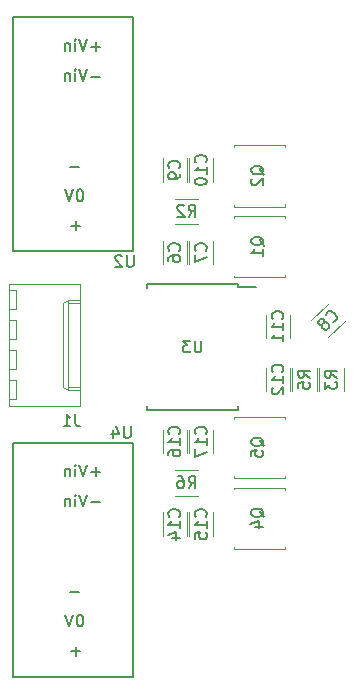
<source format=gbr>
G04 #@! TF.FileFunction,Legend,Bot*
%FSLAX46Y46*%
G04 Gerber Fmt 4.6, Leading zero omitted, Abs format (unit mm)*
G04 Created by KiCad (PCBNEW 4.0.7) date 04/20/18 12:20:10*
%MOMM*%
%LPD*%
G01*
G04 APERTURE LIST*
%ADD10C,0.100000*%
%ADD11C,0.120000*%
%ADD12C,0.150000*%
G04 APERTURE END LIST*
D10*
D11*
X480000Y-23630000D02*
X6480000Y-23630000D01*
X6480000Y-23630000D02*
X6480000Y-33990000D01*
X6480000Y-33990000D02*
X480000Y-33990000D01*
X480000Y-33990000D02*
X480000Y-23630000D01*
X6480000Y-25000000D02*
X5480000Y-25000000D01*
X5480000Y-25000000D02*
X5480000Y-32620000D01*
X5480000Y-32620000D02*
X6480000Y-32620000D01*
X5480000Y-25000000D02*
X5050000Y-25250000D01*
X5050000Y-25250000D02*
X5050000Y-32370000D01*
X5050000Y-32370000D02*
X5480000Y-32620000D01*
X6480000Y-25250000D02*
X5480000Y-25250000D01*
X6480000Y-32370000D02*
X5480000Y-32370000D01*
X480000Y-24200000D02*
X1100000Y-24200000D01*
X1100000Y-24200000D02*
X1100000Y-25800000D01*
X1100000Y-25800000D02*
X480000Y-25800000D01*
X480000Y-26740000D02*
X1100000Y-26740000D01*
X1100000Y-26740000D02*
X1100000Y-28340000D01*
X1100000Y-28340000D02*
X480000Y-28340000D01*
X480000Y-29280000D02*
X1100000Y-29280000D01*
X1100000Y-29280000D02*
X1100000Y-30880000D01*
X1100000Y-30880000D02*
X480000Y-30880000D01*
X480000Y-31820000D02*
X1100000Y-31820000D01*
X1100000Y-31820000D02*
X1100000Y-33420000D01*
X1100000Y-33420000D02*
X480000Y-33420000D01*
X22230000Y-28250000D02*
X22230000Y-26250000D01*
X24270000Y-26250000D02*
X24270000Y-28250000D01*
X15520000Y-20000000D02*
X15520000Y-22000000D01*
X13480000Y-22000000D02*
X13480000Y-20000000D01*
X17770000Y-20000000D02*
X17770000Y-22000000D01*
X15730000Y-22000000D02*
X15730000Y-20000000D01*
X26071644Y-26735858D02*
X27485858Y-25321644D01*
X28928356Y-26764142D02*
X27514142Y-28178356D01*
X15520000Y-13000000D02*
X15520000Y-15000000D01*
X13480000Y-15000000D02*
X13480000Y-13000000D01*
X17770000Y-13000000D02*
X17770000Y-15000000D01*
X15730000Y-15000000D02*
X15730000Y-13000000D01*
X24270000Y-30750000D02*
X24270000Y-32750000D01*
X22230000Y-32750000D02*
X22230000Y-30750000D01*
X15520000Y-43000000D02*
X15520000Y-45000000D01*
X13480000Y-45000000D02*
X13480000Y-43000000D01*
X17770000Y-43000000D02*
X17770000Y-45000000D01*
X15730000Y-45000000D02*
X15730000Y-43000000D01*
X15520000Y-36000000D02*
X15520000Y-38000000D01*
X13480000Y-38000000D02*
X13480000Y-36000000D01*
X17770000Y-36000000D02*
X17770000Y-38000000D01*
X15730000Y-38000000D02*
X15730000Y-36000000D01*
X23815000Y-22900000D02*
X23815000Y-23100000D01*
X23815000Y-23100000D02*
X19515000Y-23100000D01*
X19515000Y-23100000D02*
X19515000Y-22950000D01*
X19515000Y-18050000D02*
X19515000Y-17900000D01*
X19515000Y-17900000D02*
X23815000Y-17900000D01*
X23815000Y-17900000D02*
X23815000Y-18100000D01*
X23815000Y-16900000D02*
X23815000Y-17100000D01*
X23815000Y-17100000D02*
X19515000Y-17100000D01*
X19515000Y-17100000D02*
X19515000Y-16950000D01*
X19515000Y-12050000D02*
X19515000Y-11900000D01*
X19515000Y-11900000D02*
X23815000Y-11900000D01*
X23815000Y-11900000D02*
X23815000Y-12100000D01*
X23815000Y-45900000D02*
X23815000Y-46100000D01*
X23815000Y-46100000D02*
X19515000Y-46100000D01*
X19515000Y-46100000D02*
X19515000Y-45950000D01*
X19515000Y-41050000D02*
X19515000Y-40900000D01*
X19515000Y-40900000D02*
X23815000Y-40900000D01*
X23815000Y-40900000D02*
X23815000Y-41100000D01*
X23815000Y-39900000D02*
X23815000Y-40100000D01*
X23815000Y-40100000D02*
X19515000Y-40100000D01*
X19515000Y-40100000D02*
X19515000Y-39950000D01*
X19515000Y-35050000D02*
X19515000Y-34900000D01*
X19515000Y-34900000D02*
X23815000Y-34900000D01*
X23815000Y-34900000D02*
X23815000Y-35100000D01*
X14500000Y-18570000D02*
X16500000Y-18570000D01*
X16500000Y-16430000D02*
X14500000Y-16430000D01*
X26680000Y-30750000D02*
X26680000Y-32750000D01*
X28820000Y-32750000D02*
X28820000Y-30750000D01*
X24430000Y-30750000D02*
X24430000Y-32750000D01*
X26570000Y-32750000D02*
X26570000Y-30750000D01*
X14500000Y-41570000D02*
X16500000Y-41570000D01*
X16500000Y-39430000D02*
X14500000Y-39430000D01*
D12*
X19875000Y-23675000D02*
X19875000Y-23950000D01*
X12125000Y-23675000D02*
X12125000Y-24030000D01*
X12125000Y-34325000D02*
X12125000Y-33970000D01*
X19875000Y-34325000D02*
X19875000Y-33970000D01*
X19875000Y-23675000D02*
X12125000Y-23675000D01*
X19875000Y-34325000D02*
X12125000Y-34325000D01*
X19875000Y-23950000D02*
X21400000Y-23950000D01*
X10993000Y-20899000D02*
X10993000Y-1087000D01*
X10993000Y-20899000D02*
X833000Y-20899000D01*
X833000Y-20899000D02*
X833000Y-1087000D01*
X10993000Y-1087000D02*
X833000Y-1087000D01*
X10993000Y-56899000D02*
X10993000Y-37087000D01*
X10993000Y-56899000D02*
X833000Y-56899000D01*
X833000Y-56899000D02*
X833000Y-37087000D01*
X10993000Y-37087000D02*
X833000Y-37087000D01*
X6083333Y-34702381D02*
X6083333Y-35416667D01*
X6130953Y-35559524D01*
X6226191Y-35654762D01*
X6369048Y-35702381D01*
X6464286Y-35702381D01*
X5083333Y-35702381D02*
X5654762Y-35702381D01*
X5369048Y-35702381D02*
X5369048Y-34702381D01*
X5464286Y-34845238D01*
X5559524Y-34940476D01*
X5654762Y-34988095D01*
X23607143Y-26607143D02*
X23654762Y-26559524D01*
X23702381Y-26416667D01*
X23702381Y-26321429D01*
X23654762Y-26178571D01*
X23559524Y-26083333D01*
X23464286Y-26035714D01*
X23273810Y-25988095D01*
X23130952Y-25988095D01*
X22940476Y-26035714D01*
X22845238Y-26083333D01*
X22750000Y-26178571D01*
X22702381Y-26321429D01*
X22702381Y-26416667D01*
X22750000Y-26559524D01*
X22797619Y-26607143D01*
X23702381Y-27559524D02*
X23702381Y-26988095D01*
X23702381Y-27273809D02*
X22702381Y-27273809D01*
X22845238Y-27178571D01*
X22940476Y-27083333D01*
X22988095Y-26988095D01*
X23702381Y-28511905D02*
X23702381Y-27940476D01*
X23702381Y-28226190D02*
X22702381Y-28226190D01*
X22845238Y-28130952D01*
X22940476Y-28035714D01*
X22988095Y-27940476D01*
X14857143Y-20833334D02*
X14904762Y-20785715D01*
X14952381Y-20642858D01*
X14952381Y-20547620D01*
X14904762Y-20404762D01*
X14809524Y-20309524D01*
X14714286Y-20261905D01*
X14523810Y-20214286D01*
X14380952Y-20214286D01*
X14190476Y-20261905D01*
X14095238Y-20309524D01*
X14000000Y-20404762D01*
X13952381Y-20547620D01*
X13952381Y-20642858D01*
X14000000Y-20785715D01*
X14047619Y-20833334D01*
X13952381Y-21690477D02*
X13952381Y-21500000D01*
X14000000Y-21404762D01*
X14047619Y-21357143D01*
X14190476Y-21261905D01*
X14380952Y-21214286D01*
X14761905Y-21214286D01*
X14857143Y-21261905D01*
X14904762Y-21309524D01*
X14952381Y-21404762D01*
X14952381Y-21595239D01*
X14904762Y-21690477D01*
X14857143Y-21738096D01*
X14761905Y-21785715D01*
X14523810Y-21785715D01*
X14428571Y-21738096D01*
X14380952Y-21690477D01*
X14333333Y-21595239D01*
X14333333Y-21404762D01*
X14380952Y-21309524D01*
X14428571Y-21261905D01*
X14523810Y-21214286D01*
X17107143Y-20833334D02*
X17154762Y-20785715D01*
X17202381Y-20642858D01*
X17202381Y-20547620D01*
X17154762Y-20404762D01*
X17059524Y-20309524D01*
X16964286Y-20261905D01*
X16773810Y-20214286D01*
X16630952Y-20214286D01*
X16440476Y-20261905D01*
X16345238Y-20309524D01*
X16250000Y-20404762D01*
X16202381Y-20547620D01*
X16202381Y-20642858D01*
X16250000Y-20785715D01*
X16297619Y-20833334D01*
X16202381Y-21166667D02*
X16202381Y-21833334D01*
X17202381Y-21404762D01*
X27870389Y-26884688D02*
X27937732Y-26884688D01*
X28072419Y-26817344D01*
X28139763Y-26750001D01*
X28207107Y-26615313D01*
X28207107Y-26480626D01*
X28173435Y-26379611D01*
X28072420Y-26211253D01*
X27971404Y-26110237D01*
X27803045Y-26009222D01*
X27702030Y-25975550D01*
X27567343Y-25975550D01*
X27432656Y-26042894D01*
X27365312Y-26110237D01*
X27297969Y-26244924D01*
X27297969Y-26312268D01*
X27129610Y-26952030D02*
X27163282Y-26851015D01*
X27163282Y-26783672D01*
X27129610Y-26682657D01*
X27095939Y-26648985D01*
X26994924Y-26615313D01*
X26927580Y-26615313D01*
X26826565Y-26648985D01*
X26691877Y-26783672D01*
X26658206Y-26884688D01*
X26658206Y-26952031D01*
X26691877Y-27053046D01*
X26725549Y-27086718D01*
X26826564Y-27120390D01*
X26893908Y-27120390D01*
X26994923Y-27086718D01*
X27129610Y-26952030D01*
X27230626Y-26918359D01*
X27297969Y-26918359D01*
X27398985Y-26952031D01*
X27533672Y-27086718D01*
X27567343Y-27187733D01*
X27567343Y-27255076D01*
X27533672Y-27356092D01*
X27398984Y-27490779D01*
X27297969Y-27524451D01*
X27230626Y-27524451D01*
X27129610Y-27490779D01*
X26994924Y-27356092D01*
X26961251Y-27255076D01*
X26961251Y-27187733D01*
X26994923Y-27086718D01*
X14857143Y-13833334D02*
X14904762Y-13785715D01*
X14952381Y-13642858D01*
X14952381Y-13547620D01*
X14904762Y-13404762D01*
X14809524Y-13309524D01*
X14714286Y-13261905D01*
X14523810Y-13214286D01*
X14380952Y-13214286D01*
X14190476Y-13261905D01*
X14095238Y-13309524D01*
X14000000Y-13404762D01*
X13952381Y-13547620D01*
X13952381Y-13642858D01*
X14000000Y-13785715D01*
X14047619Y-13833334D01*
X14952381Y-14309524D02*
X14952381Y-14500000D01*
X14904762Y-14595239D01*
X14857143Y-14642858D01*
X14714286Y-14738096D01*
X14523810Y-14785715D01*
X14142857Y-14785715D01*
X14047619Y-14738096D01*
X14000000Y-14690477D01*
X13952381Y-14595239D01*
X13952381Y-14404762D01*
X14000000Y-14309524D01*
X14047619Y-14261905D01*
X14142857Y-14214286D01*
X14380952Y-14214286D01*
X14476190Y-14261905D01*
X14523810Y-14309524D01*
X14571429Y-14404762D01*
X14571429Y-14595239D01*
X14523810Y-14690477D01*
X14476190Y-14738096D01*
X14380952Y-14785715D01*
X17107143Y-13357143D02*
X17154762Y-13309524D01*
X17202381Y-13166667D01*
X17202381Y-13071429D01*
X17154762Y-12928571D01*
X17059524Y-12833333D01*
X16964286Y-12785714D01*
X16773810Y-12738095D01*
X16630952Y-12738095D01*
X16440476Y-12785714D01*
X16345238Y-12833333D01*
X16250000Y-12928571D01*
X16202381Y-13071429D01*
X16202381Y-13166667D01*
X16250000Y-13309524D01*
X16297619Y-13357143D01*
X17202381Y-14309524D02*
X17202381Y-13738095D01*
X17202381Y-14023809D02*
X16202381Y-14023809D01*
X16345238Y-13928571D01*
X16440476Y-13833333D01*
X16488095Y-13738095D01*
X16202381Y-14928571D02*
X16202381Y-15023810D01*
X16250000Y-15119048D01*
X16297619Y-15166667D01*
X16392857Y-15214286D01*
X16583333Y-15261905D01*
X16821429Y-15261905D01*
X17011905Y-15214286D01*
X17107143Y-15166667D01*
X17154762Y-15119048D01*
X17202381Y-15023810D01*
X17202381Y-14928571D01*
X17154762Y-14833333D01*
X17107143Y-14785714D01*
X17011905Y-14738095D01*
X16821429Y-14690476D01*
X16583333Y-14690476D01*
X16392857Y-14738095D01*
X16297619Y-14785714D01*
X16250000Y-14833333D01*
X16202381Y-14928571D01*
X23607143Y-31107143D02*
X23654762Y-31059524D01*
X23702381Y-30916667D01*
X23702381Y-30821429D01*
X23654762Y-30678571D01*
X23559524Y-30583333D01*
X23464286Y-30535714D01*
X23273810Y-30488095D01*
X23130952Y-30488095D01*
X22940476Y-30535714D01*
X22845238Y-30583333D01*
X22750000Y-30678571D01*
X22702381Y-30821429D01*
X22702381Y-30916667D01*
X22750000Y-31059524D01*
X22797619Y-31107143D01*
X23702381Y-32059524D02*
X23702381Y-31488095D01*
X23702381Y-31773809D02*
X22702381Y-31773809D01*
X22845238Y-31678571D01*
X22940476Y-31583333D01*
X22988095Y-31488095D01*
X22797619Y-32440476D02*
X22750000Y-32488095D01*
X22702381Y-32583333D01*
X22702381Y-32821429D01*
X22750000Y-32916667D01*
X22797619Y-32964286D01*
X22892857Y-33011905D01*
X22988095Y-33011905D01*
X23130952Y-32964286D01*
X23702381Y-32392857D01*
X23702381Y-33011905D01*
X14857143Y-43357143D02*
X14904762Y-43309524D01*
X14952381Y-43166667D01*
X14952381Y-43071429D01*
X14904762Y-42928571D01*
X14809524Y-42833333D01*
X14714286Y-42785714D01*
X14523810Y-42738095D01*
X14380952Y-42738095D01*
X14190476Y-42785714D01*
X14095238Y-42833333D01*
X14000000Y-42928571D01*
X13952381Y-43071429D01*
X13952381Y-43166667D01*
X14000000Y-43309524D01*
X14047619Y-43357143D01*
X14952381Y-44309524D02*
X14952381Y-43738095D01*
X14952381Y-44023809D02*
X13952381Y-44023809D01*
X14095238Y-43928571D01*
X14190476Y-43833333D01*
X14238095Y-43738095D01*
X14285714Y-45166667D02*
X14952381Y-45166667D01*
X13904762Y-44928571D02*
X14619048Y-44690476D01*
X14619048Y-45309524D01*
X17107143Y-43357143D02*
X17154762Y-43309524D01*
X17202381Y-43166667D01*
X17202381Y-43071429D01*
X17154762Y-42928571D01*
X17059524Y-42833333D01*
X16964286Y-42785714D01*
X16773810Y-42738095D01*
X16630952Y-42738095D01*
X16440476Y-42785714D01*
X16345238Y-42833333D01*
X16250000Y-42928571D01*
X16202381Y-43071429D01*
X16202381Y-43166667D01*
X16250000Y-43309524D01*
X16297619Y-43357143D01*
X17202381Y-44309524D02*
X17202381Y-43738095D01*
X17202381Y-44023809D02*
X16202381Y-44023809D01*
X16345238Y-43928571D01*
X16440476Y-43833333D01*
X16488095Y-43738095D01*
X16202381Y-45214286D02*
X16202381Y-44738095D01*
X16678571Y-44690476D01*
X16630952Y-44738095D01*
X16583333Y-44833333D01*
X16583333Y-45071429D01*
X16630952Y-45166667D01*
X16678571Y-45214286D01*
X16773810Y-45261905D01*
X17011905Y-45261905D01*
X17107143Y-45214286D01*
X17154762Y-45166667D01*
X17202381Y-45071429D01*
X17202381Y-44833333D01*
X17154762Y-44738095D01*
X17107143Y-44690476D01*
X14857143Y-36357143D02*
X14904762Y-36309524D01*
X14952381Y-36166667D01*
X14952381Y-36071429D01*
X14904762Y-35928571D01*
X14809524Y-35833333D01*
X14714286Y-35785714D01*
X14523810Y-35738095D01*
X14380952Y-35738095D01*
X14190476Y-35785714D01*
X14095238Y-35833333D01*
X14000000Y-35928571D01*
X13952381Y-36071429D01*
X13952381Y-36166667D01*
X14000000Y-36309524D01*
X14047619Y-36357143D01*
X14952381Y-37309524D02*
X14952381Y-36738095D01*
X14952381Y-37023809D02*
X13952381Y-37023809D01*
X14095238Y-36928571D01*
X14190476Y-36833333D01*
X14238095Y-36738095D01*
X13952381Y-38166667D02*
X13952381Y-37976190D01*
X14000000Y-37880952D01*
X14047619Y-37833333D01*
X14190476Y-37738095D01*
X14380952Y-37690476D01*
X14761905Y-37690476D01*
X14857143Y-37738095D01*
X14904762Y-37785714D01*
X14952381Y-37880952D01*
X14952381Y-38071429D01*
X14904762Y-38166667D01*
X14857143Y-38214286D01*
X14761905Y-38261905D01*
X14523810Y-38261905D01*
X14428571Y-38214286D01*
X14380952Y-38166667D01*
X14333333Y-38071429D01*
X14333333Y-37880952D01*
X14380952Y-37785714D01*
X14428571Y-37738095D01*
X14523810Y-37690476D01*
X17107143Y-36357143D02*
X17154762Y-36309524D01*
X17202381Y-36166667D01*
X17202381Y-36071429D01*
X17154762Y-35928571D01*
X17059524Y-35833333D01*
X16964286Y-35785714D01*
X16773810Y-35738095D01*
X16630952Y-35738095D01*
X16440476Y-35785714D01*
X16345238Y-35833333D01*
X16250000Y-35928571D01*
X16202381Y-36071429D01*
X16202381Y-36166667D01*
X16250000Y-36309524D01*
X16297619Y-36357143D01*
X17202381Y-37309524D02*
X17202381Y-36738095D01*
X17202381Y-37023809D02*
X16202381Y-37023809D01*
X16345238Y-36928571D01*
X16440476Y-36833333D01*
X16488095Y-36738095D01*
X16202381Y-37642857D02*
X16202381Y-38309524D01*
X17202381Y-37880952D01*
X22047619Y-20404762D02*
X22000000Y-20309524D01*
X21904762Y-20214286D01*
X21761905Y-20071429D01*
X21714286Y-19976190D01*
X21714286Y-19880952D01*
X21952381Y-19928571D02*
X21904762Y-19833333D01*
X21809524Y-19738095D01*
X21619048Y-19690476D01*
X21285714Y-19690476D01*
X21095238Y-19738095D01*
X21000000Y-19833333D01*
X20952381Y-19928571D01*
X20952381Y-20119048D01*
X21000000Y-20214286D01*
X21095238Y-20309524D01*
X21285714Y-20357143D01*
X21619048Y-20357143D01*
X21809524Y-20309524D01*
X21904762Y-20214286D01*
X21952381Y-20119048D01*
X21952381Y-19928571D01*
X21952381Y-21309524D02*
X21952381Y-20738095D01*
X21952381Y-21023809D02*
X20952381Y-21023809D01*
X21095238Y-20928571D01*
X21190476Y-20833333D01*
X21238095Y-20738095D01*
X22047619Y-14404762D02*
X22000000Y-14309524D01*
X21904762Y-14214286D01*
X21761905Y-14071429D01*
X21714286Y-13976190D01*
X21714286Y-13880952D01*
X21952381Y-13928571D02*
X21904762Y-13833333D01*
X21809524Y-13738095D01*
X21619048Y-13690476D01*
X21285714Y-13690476D01*
X21095238Y-13738095D01*
X21000000Y-13833333D01*
X20952381Y-13928571D01*
X20952381Y-14119048D01*
X21000000Y-14214286D01*
X21095238Y-14309524D01*
X21285714Y-14357143D01*
X21619048Y-14357143D01*
X21809524Y-14309524D01*
X21904762Y-14214286D01*
X21952381Y-14119048D01*
X21952381Y-13928571D01*
X21047619Y-14738095D02*
X21000000Y-14785714D01*
X20952381Y-14880952D01*
X20952381Y-15119048D01*
X21000000Y-15214286D01*
X21047619Y-15261905D01*
X21142857Y-15309524D01*
X21238095Y-15309524D01*
X21380952Y-15261905D01*
X21952381Y-14690476D01*
X21952381Y-15309524D01*
X22047619Y-43404762D02*
X22000000Y-43309524D01*
X21904762Y-43214286D01*
X21761905Y-43071429D01*
X21714286Y-42976190D01*
X21714286Y-42880952D01*
X21952381Y-42928571D02*
X21904762Y-42833333D01*
X21809524Y-42738095D01*
X21619048Y-42690476D01*
X21285714Y-42690476D01*
X21095238Y-42738095D01*
X21000000Y-42833333D01*
X20952381Y-42928571D01*
X20952381Y-43119048D01*
X21000000Y-43214286D01*
X21095238Y-43309524D01*
X21285714Y-43357143D01*
X21619048Y-43357143D01*
X21809524Y-43309524D01*
X21904762Y-43214286D01*
X21952381Y-43119048D01*
X21952381Y-42928571D01*
X21285714Y-44214286D02*
X21952381Y-44214286D01*
X20904762Y-43976190D02*
X21619048Y-43738095D01*
X21619048Y-44357143D01*
X22047619Y-37404762D02*
X22000000Y-37309524D01*
X21904762Y-37214286D01*
X21761905Y-37071429D01*
X21714286Y-36976190D01*
X21714286Y-36880952D01*
X21952381Y-36928571D02*
X21904762Y-36833333D01*
X21809524Y-36738095D01*
X21619048Y-36690476D01*
X21285714Y-36690476D01*
X21095238Y-36738095D01*
X21000000Y-36833333D01*
X20952381Y-36928571D01*
X20952381Y-37119048D01*
X21000000Y-37214286D01*
X21095238Y-37309524D01*
X21285714Y-37357143D01*
X21619048Y-37357143D01*
X21809524Y-37309524D01*
X21904762Y-37214286D01*
X21952381Y-37119048D01*
X21952381Y-36928571D01*
X20952381Y-38261905D02*
X20952381Y-37785714D01*
X21428571Y-37738095D01*
X21380952Y-37785714D01*
X21333333Y-37880952D01*
X21333333Y-38119048D01*
X21380952Y-38214286D01*
X21428571Y-38261905D01*
X21523810Y-38309524D01*
X21761905Y-38309524D01*
X21857143Y-38261905D01*
X21904762Y-38214286D01*
X21952381Y-38119048D01*
X21952381Y-37880952D01*
X21904762Y-37785714D01*
X21857143Y-37738095D01*
X15666666Y-17952381D02*
X16000000Y-17476190D01*
X16238095Y-17952381D02*
X16238095Y-16952381D01*
X15857142Y-16952381D01*
X15761904Y-17000000D01*
X15714285Y-17047619D01*
X15666666Y-17142857D01*
X15666666Y-17285714D01*
X15714285Y-17380952D01*
X15761904Y-17428571D01*
X15857142Y-17476190D01*
X16238095Y-17476190D01*
X15285714Y-17047619D02*
X15238095Y-17000000D01*
X15142857Y-16952381D01*
X14904761Y-16952381D01*
X14809523Y-17000000D01*
X14761904Y-17047619D01*
X14714285Y-17142857D01*
X14714285Y-17238095D01*
X14761904Y-17380952D01*
X15333333Y-17952381D01*
X14714285Y-17952381D01*
X28202381Y-31583334D02*
X27726190Y-31250000D01*
X28202381Y-31011905D02*
X27202381Y-31011905D01*
X27202381Y-31392858D01*
X27250000Y-31488096D01*
X27297619Y-31535715D01*
X27392857Y-31583334D01*
X27535714Y-31583334D01*
X27630952Y-31535715D01*
X27678571Y-31488096D01*
X27726190Y-31392858D01*
X27726190Y-31011905D01*
X27202381Y-31916667D02*
X27202381Y-32535715D01*
X27583333Y-32202381D01*
X27583333Y-32345239D01*
X27630952Y-32440477D01*
X27678571Y-32488096D01*
X27773810Y-32535715D01*
X28011905Y-32535715D01*
X28107143Y-32488096D01*
X28154762Y-32440477D01*
X28202381Y-32345239D01*
X28202381Y-32059524D01*
X28154762Y-31964286D01*
X28107143Y-31916667D01*
X25952381Y-31583334D02*
X25476190Y-31250000D01*
X25952381Y-31011905D02*
X24952381Y-31011905D01*
X24952381Y-31392858D01*
X25000000Y-31488096D01*
X25047619Y-31535715D01*
X25142857Y-31583334D01*
X25285714Y-31583334D01*
X25380952Y-31535715D01*
X25428571Y-31488096D01*
X25476190Y-31392858D01*
X25476190Y-31011905D01*
X24952381Y-32488096D02*
X24952381Y-32011905D01*
X25428571Y-31964286D01*
X25380952Y-32011905D01*
X25333333Y-32107143D01*
X25333333Y-32345239D01*
X25380952Y-32440477D01*
X25428571Y-32488096D01*
X25523810Y-32535715D01*
X25761905Y-32535715D01*
X25857143Y-32488096D01*
X25904762Y-32440477D01*
X25952381Y-32345239D01*
X25952381Y-32107143D01*
X25904762Y-32011905D01*
X25857143Y-31964286D01*
X15666666Y-40952381D02*
X16000000Y-40476190D01*
X16238095Y-40952381D02*
X16238095Y-39952381D01*
X15857142Y-39952381D01*
X15761904Y-40000000D01*
X15714285Y-40047619D01*
X15666666Y-40142857D01*
X15666666Y-40285714D01*
X15714285Y-40380952D01*
X15761904Y-40428571D01*
X15857142Y-40476190D01*
X16238095Y-40476190D01*
X14809523Y-39952381D02*
X15000000Y-39952381D01*
X15095238Y-40000000D01*
X15142857Y-40047619D01*
X15238095Y-40190476D01*
X15285714Y-40380952D01*
X15285714Y-40761905D01*
X15238095Y-40857143D01*
X15190476Y-40904762D01*
X15095238Y-40952381D01*
X14904761Y-40952381D01*
X14809523Y-40904762D01*
X14761904Y-40857143D01*
X14714285Y-40761905D01*
X14714285Y-40523810D01*
X14761904Y-40428571D01*
X14809523Y-40380952D01*
X14904761Y-40333333D01*
X15095238Y-40333333D01*
X15190476Y-40380952D01*
X15238095Y-40428571D01*
X15285714Y-40523810D01*
X16761905Y-28452381D02*
X16761905Y-29261905D01*
X16714286Y-29357143D01*
X16666667Y-29404762D01*
X16571429Y-29452381D01*
X16380952Y-29452381D01*
X16285714Y-29404762D01*
X16238095Y-29357143D01*
X16190476Y-29261905D01*
X16190476Y-28452381D01*
X15809524Y-28452381D02*
X15190476Y-28452381D01*
X15523810Y-28833333D01*
X15380952Y-28833333D01*
X15285714Y-28880952D01*
X15238095Y-28928571D01*
X15190476Y-29023810D01*
X15190476Y-29261905D01*
X15238095Y-29357143D01*
X15285714Y-29404762D01*
X15380952Y-29452381D01*
X15666667Y-29452381D01*
X15761905Y-29404762D01*
X15809524Y-29357143D01*
X11011905Y-21202381D02*
X11011905Y-22011905D01*
X10964286Y-22107143D01*
X10916667Y-22154762D01*
X10821429Y-22202381D01*
X10630952Y-22202381D01*
X10535714Y-22154762D01*
X10488095Y-22107143D01*
X10440476Y-22011905D01*
X10440476Y-21202381D01*
X10011905Y-21297619D02*
X9964286Y-21250000D01*
X9869048Y-21202381D01*
X9630952Y-21202381D01*
X9535714Y-21250000D01*
X9488095Y-21297619D01*
X9440476Y-21392857D01*
X9440476Y-21488095D01*
X9488095Y-21630952D01*
X10059524Y-22202381D01*
X9440476Y-22202381D01*
X8175000Y-6111429D02*
X7413095Y-6111429D01*
X7079762Y-5492381D02*
X6746429Y-6492381D01*
X6413095Y-5492381D01*
X6079762Y-6492381D02*
X6079762Y-5825714D01*
X6079762Y-5492381D02*
X6127381Y-5540000D01*
X6079762Y-5587619D01*
X6032143Y-5540000D01*
X6079762Y-5492381D01*
X6079762Y-5587619D01*
X5603572Y-5825714D02*
X5603572Y-6492381D01*
X5603572Y-5920952D02*
X5555953Y-5873333D01*
X5460715Y-5825714D01*
X5317857Y-5825714D01*
X5222619Y-5873333D01*
X5175000Y-5968571D01*
X5175000Y-6492381D01*
X6420952Y-13731429D02*
X5659047Y-13731429D01*
X6516191Y-15652381D02*
X6420952Y-15652381D01*
X6325714Y-15700000D01*
X6278095Y-15747619D01*
X6230476Y-15842857D01*
X6182857Y-16033333D01*
X6182857Y-16271429D01*
X6230476Y-16461905D01*
X6278095Y-16557143D01*
X6325714Y-16604762D01*
X6420952Y-16652381D01*
X6516191Y-16652381D01*
X6611429Y-16604762D01*
X6659048Y-16557143D01*
X6706667Y-16461905D01*
X6754286Y-16271429D01*
X6754286Y-16033333D01*
X6706667Y-15842857D01*
X6659048Y-15747619D01*
X6611429Y-15700000D01*
X6516191Y-15652381D01*
X5897143Y-15652381D02*
X5563810Y-16652381D01*
X5230476Y-15652381D01*
X6111429Y-18359048D02*
X6111429Y-19120953D01*
X6492381Y-18740001D02*
X5730476Y-18740001D01*
X8175000Y-3571429D02*
X7413095Y-3571429D01*
X7794047Y-3952381D02*
X7794047Y-3190476D01*
X7079762Y-2952381D02*
X6746429Y-3952381D01*
X6413095Y-2952381D01*
X6079762Y-3952381D02*
X6079762Y-3285714D01*
X6079762Y-2952381D02*
X6127381Y-3000000D01*
X6079762Y-3047619D01*
X6032143Y-3000000D01*
X6079762Y-2952381D01*
X6079762Y-3047619D01*
X5603572Y-3285714D02*
X5603572Y-3952381D01*
X5603572Y-3380952D02*
X5555953Y-3333333D01*
X5460715Y-3285714D01*
X5317857Y-3285714D01*
X5222619Y-3333333D01*
X5175000Y-3428571D01*
X5175000Y-3952381D01*
X10761905Y-35702381D02*
X10761905Y-36511905D01*
X10714286Y-36607143D01*
X10666667Y-36654762D01*
X10571429Y-36702381D01*
X10380952Y-36702381D01*
X10285714Y-36654762D01*
X10238095Y-36607143D01*
X10190476Y-36511905D01*
X10190476Y-35702381D01*
X9285714Y-36035714D02*
X9285714Y-36702381D01*
X9523810Y-35654762D02*
X9761905Y-36369048D01*
X9142857Y-36369048D01*
X8175000Y-42111429D02*
X7413095Y-42111429D01*
X7079762Y-41492381D02*
X6746429Y-42492381D01*
X6413095Y-41492381D01*
X6079762Y-42492381D02*
X6079762Y-41825714D01*
X6079762Y-41492381D02*
X6127381Y-41540000D01*
X6079762Y-41587619D01*
X6032143Y-41540000D01*
X6079762Y-41492381D01*
X6079762Y-41587619D01*
X5603572Y-41825714D02*
X5603572Y-42492381D01*
X5603572Y-41920952D02*
X5555953Y-41873333D01*
X5460715Y-41825714D01*
X5317857Y-41825714D01*
X5222619Y-41873333D01*
X5175000Y-41968571D01*
X5175000Y-42492381D01*
X6420952Y-49731429D02*
X5659047Y-49731429D01*
X6516191Y-51652381D02*
X6420952Y-51652381D01*
X6325714Y-51700000D01*
X6278095Y-51747619D01*
X6230476Y-51842857D01*
X6182857Y-52033333D01*
X6182857Y-52271429D01*
X6230476Y-52461905D01*
X6278095Y-52557143D01*
X6325714Y-52604762D01*
X6420952Y-52652381D01*
X6516191Y-52652381D01*
X6611429Y-52604762D01*
X6659048Y-52557143D01*
X6706667Y-52461905D01*
X6754286Y-52271429D01*
X6754286Y-52033333D01*
X6706667Y-51842857D01*
X6659048Y-51747619D01*
X6611429Y-51700000D01*
X6516191Y-51652381D01*
X5897143Y-51652381D02*
X5563810Y-52652381D01*
X5230476Y-51652381D01*
X6111429Y-54359048D02*
X6111429Y-55120953D01*
X6492381Y-54740001D02*
X5730476Y-54740001D01*
X8175000Y-39571429D02*
X7413095Y-39571429D01*
X7794047Y-39952381D02*
X7794047Y-39190476D01*
X7079762Y-38952381D02*
X6746429Y-39952381D01*
X6413095Y-38952381D01*
X6079762Y-39952381D02*
X6079762Y-39285714D01*
X6079762Y-38952381D02*
X6127381Y-39000000D01*
X6079762Y-39047619D01*
X6032143Y-39000000D01*
X6079762Y-38952381D01*
X6079762Y-39047619D01*
X5603572Y-39285714D02*
X5603572Y-39952381D01*
X5603572Y-39380952D02*
X5555953Y-39333333D01*
X5460715Y-39285714D01*
X5317857Y-39285714D01*
X5222619Y-39333333D01*
X5175000Y-39428571D01*
X5175000Y-39952381D01*
M02*

</source>
